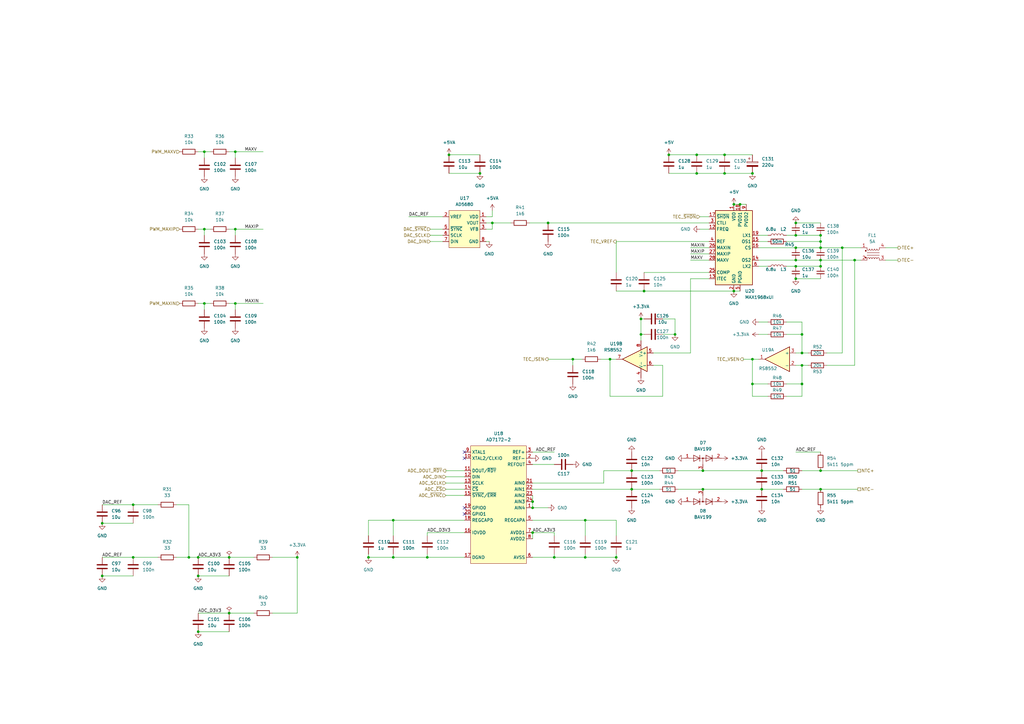
<source format=kicad_sch>
(kicad_sch (version 20211123) (generator eeschema)
  (paper "A3")
  (title_block (title "Kirdy") (date "2022-07-03") (rev "r0.1") (company "M-Labs") (comment 1 "Alex Wong Tat Hang"))
  (junction (at 300.99 119.38))
  (junction (at 350.52 106.68))
  (junction (at 297.18 63.5))
  (junction (at 274.32 63.5))
  (junction (at 326.39 106.68))
  (junction (at 201.93 91.44))
  (junction (at 252.73 228.6))
  (junction (at 96.52 62.23))
  (junction (at 326.39 109.22))
  (junction (at 308.61 147.32))
  (junction (at 161.29 213.36))
  (junction (at 234.95 147.32))
  (junction (at 83.82 62.23))
  (junction (at 336.55 96.52))
  (junction (at 41.91 214.63))
  (junction (at 81.28 259.08))
  (junction (at 121.92 228.6))
  (junction (at 303.53 83.82))
  (junction (at 218.44 218.44))
  (junction (at 328.93 149.86))
  (junction (at 336.55 193.04))
  (junction (at 218.44 208.28))
  (junction (at 161.29 228.6))
  (junction (at 326.39 101.6))
  (junction (at 308.61 71.12))
  (junction (at 93.98 251.46))
  (junction (at 336.55 99.06))
  (junction (at 224.79 91.44))
  (junction (at 326.39 96.52))
  (junction (at 262.89 137.16))
  (junction (at 285.75 71.12))
  (junction (at 300.99 83.82))
  (junction (at 308.61 157.48))
  (junction (at 326.39 114.3))
  (junction (at 250.19 147.32))
  (junction (at 83.82 93.98))
  (junction (at 81.28 228.6))
  (junction (at 83.82 124.46))
  (junction (at 175.26 228.6))
  (junction (at 259.08 193.04))
  (junction (at 81.28 236.22))
  (junction (at 93.98 228.6))
  (junction (at 54.61 228.6))
  (junction (at 336.55 109.22))
  (junction (at 218.44 205.74))
  (junction (at 184.15 63.5))
  (junction (at 240.03 228.6))
  (junction (at 345.44 101.6))
  (junction (at 259.08 200.66))
  (junction (at 336.55 101.6))
  (junction (at 328.93 137.16))
  (junction (at 96.52 93.98))
  (junction (at 227.33 228.6))
  (junction (at 96.52 124.46))
  (junction (at 41.91 236.22))
  (junction (at 312.42 193.04))
  (junction (at 328.93 157.48))
  (junction (at 288.29 193.04))
  (junction (at 196.85 71.12))
  (junction (at 336.55 200.66))
  (junction (at 262.89 130.81))
  (junction (at 240.03 213.36))
  (junction (at 288.29 200.66))
  (junction (at 328.93 144.78))
  (junction (at 151.13 228.6))
  (junction (at 264.16 119.38))
  (junction (at 77.47 228.6))
  (junction (at 276.86 137.16))
  (junction (at 336.55 106.68))
  (junction (at 285.75 63.5))
  (junction (at 297.18 71.12))
  (junction (at 312.42 200.66))
  (junction (at 54.61 207.01))
  (junction (at 326.39 91.44))
  (no_connect (at 190.5 185.42))
  (no_connect (at 190.5 187.96))
  (no_connect (at 190.5 208.28))
  (no_connect (at 190.5 210.82))
  (wire (pts (xy 274.32 63.5) (xy 285.75 63.5)))
  (wire (pts (xy 328.93 144.78) (xy 331.47 144.78)))
  (wire (pts (xy 218.44 205.74) (xy 218.44 208.28)))
  (wire (pts (xy 218.44 218.44) (xy 227.33 218.44)))
  (wire (pts (xy 224.79 147.32) (xy 234.95 147.32)))
  (wire (pts (xy 311.15 99.06) (xy 314.96 99.06)))
  (wire (pts (xy 308.61 147.32) (xy 311.15 147.32)))
  (wire (pts (xy 304.8 147.32) (xy 308.61 147.32)))
  (wire (pts (xy 41.91 236.22) (xy 54.61 236.22)))
  (wire (pts (xy 252.73 111.76) (xy 252.73 99.06)))
  (wire (pts (xy 182.88 203.2) (xy 190.5 203.2)))
  (wire (pts (xy 41.91 207.01) (xy 54.61 207.01)))
  (wire (pts (xy 311.15 101.6) (xy 326.39 101.6)))
  (wire (pts (xy 328.93 149.86) (xy 331.47 149.86)))
  (wire (pts (xy 182.88 195.58) (xy 190.5 195.58)))
  (wire (pts (xy 175.26 218.44) (xy 190.5 218.44)))
  (wire (pts (xy 252.73 119.38) (xy 264.16 119.38)))
  (wire (pts (xy 252.73 213.36) (xy 252.73 219.71)))
  (wire (pts (xy 259.08 200.66) (xy 270.51 200.66)))
  (wire (pts (xy 151.13 219.71) (xy 151.13 213.36)))
  (wire (pts (xy 336.55 109.22) (xy 326.39 109.22)))
  (wire (pts (xy 111.76 228.6) (xy 121.92 228.6)))
  (wire (pts (xy 93.98 251.46) (xy 104.14 251.46)))
  (wire (pts (xy 311.15 132.08) (xy 314.96 132.08)))
  (wire (pts (xy 326.39 96.52) (xy 322.58 96.52)))
  (wire (pts (xy 259.08 193.04) (xy 270.51 193.04)))
  (wire (pts (xy 199.39 93.98) (xy 201.93 93.98)))
  (wire (pts (xy 326.39 106.68) (xy 336.55 106.68)))
  (wire (pts (xy 297.18 63.5) (xy 308.61 63.5)))
  (wire (pts (xy 250.19 147.32) (xy 252.73 147.32)))
  (wire (pts (xy 285.75 71.12) (xy 297.18 71.12)))
  (wire (pts (xy 312.42 193.04) (xy 321.31 193.04)))
  (wire (pts (xy 264.16 119.38) (xy 300.99 119.38)))
  (wire (pts (xy 176.53 99.06) (xy 181.61 99.06)))
  (wire (pts (xy 322.58 157.48) (xy 328.93 157.48)))
  (wire (pts (xy 336.55 101.6) (xy 336.55 99.06)))
  (wire (pts (xy 300.99 83.82) (xy 303.53 83.82)))
  (wire (pts (xy 227.33 218.44) (xy 227.33 219.71)))
  (wire (pts (xy 83.82 93.98) (xy 86.36 93.98)))
  (wire (pts (xy 339.09 144.78) (xy 345.44 144.78)))
  (wire (pts (xy 271.78 162.56) (xy 271.78 149.86)))
  (wire (pts (xy 184.15 63.5) (xy 196.85 63.5)))
  (wire (pts (xy 218.44 213.36) (xy 240.03 213.36)))
  (wire (pts (xy 218.44 218.44) (xy 218.44 220.98)))
  (wire (pts (xy 151.13 213.36) (xy 161.29 213.36)))
  (wire (pts (xy 151.13 228.6) (xy 161.29 228.6)))
  (wire (pts (xy 350.52 106.68) (xy 350.52 149.86)))
  (wire (pts (xy 199.39 99.06) (xy 200.66 99.06)))
  (wire (pts (xy 96.52 124.46) (xy 96.52 127)))
  (wire (pts (xy 322.58 99.06) (xy 336.55 99.06)))
  (wire (pts (xy 287.02 88.9) (xy 290.83 88.9)))
  (wire (pts (xy 283.21 101.6) (xy 290.83 101.6)))
  (wire (pts (xy 363.22 101.6) (xy 368.3 101.6)))
  (wire (pts (xy 336.55 101.6) (xy 326.39 101.6)))
  (wire (pts (xy 176.53 96.52) (xy 181.61 96.52)))
  (wire (pts (xy 271.78 149.86) (xy 267.97 149.86)))
  (wire (pts (xy 182.88 193.04) (xy 190.5 193.04)))
  (wire (pts (xy 262.89 137.16) (xy 262.89 139.7)))
  (wire (pts (xy 336.55 99.06) (xy 336.55 96.52)))
  (wire (pts (xy 345.44 101.6) (xy 345.44 144.78)))
  (wire (pts (xy 326.39 144.78) (xy 328.93 144.78)))
  (wire (pts (xy 283.21 144.78) (xy 267.97 144.78)))
  (wire (pts (xy 247.65 198.12) (xy 247.65 193.04)))
  (wire (pts (xy 184.15 71.12) (xy 196.85 71.12)))
  (wire (pts (xy 234.95 149.86) (xy 234.95 147.32)))
  (wire (pts (xy 96.52 124.46) (xy 107.95 124.46)))
  (wire (pts (xy 240.03 213.36) (xy 252.73 213.36)))
  (wire (pts (xy 328.93 193.04) (xy 336.55 193.04)))
  (wire (pts (xy 182.88 198.12) (xy 190.5 198.12)))
  (wire (pts (xy 328.93 200.66) (xy 336.55 200.66)))
  (wire (pts (xy 199.39 88.9) (xy 201.93 88.9)))
  (wire (pts (xy 93.98 93.98) (xy 96.52 93.98)))
  (wire (pts (xy 264.16 130.81) (xy 262.89 130.81)))
  (wire (pts (xy 250.19 162.56) (xy 271.78 162.56)))
  (wire (pts (xy 322.58 132.08) (xy 328.93 132.08)))
  (wire (pts (xy 83.82 62.23) (xy 83.82 64.77)))
  (wire (pts (xy 161.29 227.33) (xy 161.29 228.6)))
  (wire (pts (xy 81.28 259.08) (xy 93.98 259.08)))
  (wire (pts (xy 288.29 200.66) (xy 312.42 200.66)))
  (wire (pts (xy 264.16 111.76) (xy 290.83 111.76)))
  (wire (pts (xy 167.64 88.9) (xy 181.61 88.9)))
  (wire (pts (xy 246.38 147.32) (xy 250.19 147.32)))
  (wire (pts (xy 54.61 228.6) (xy 64.77 228.6)))
  (wire (pts (xy 240.03 227.33) (xy 240.03 228.6)))
  (wire (pts (xy 201.93 88.9) (xy 201.93 86.36)))
  (wire (pts (xy 311.15 106.68) (xy 326.39 106.68)))
  (wire (pts (xy 234.95 147.32) (xy 238.76 147.32)))
  (wire (pts (xy 41.91 228.6) (xy 54.61 228.6)))
  (wire (pts (xy 83.82 124.46) (xy 83.82 127)))
  (wire (pts (xy 328.93 137.16) (xy 328.93 144.78)))
  (wire (pts (xy 175.26 228.6) (xy 190.5 228.6)))
  (wire (pts (xy 93.98 228.6) (xy 104.14 228.6)))
  (wire (pts (xy 218.44 190.5) (xy 227.33 190.5)))
  (wire (pts (xy 218.44 200.66) (xy 259.08 200.66)))
  (wire (pts (xy 278.13 200.66) (xy 288.29 200.66)))
  (wire (pts (xy 96.52 93.98) (xy 96.52 96.52)))
  (wire (pts (xy 311.15 137.16) (xy 314.96 137.16)))
  (wire (pts (xy 326.39 149.86) (xy 328.93 149.86)))
  (wire (pts (xy 308.61 157.48) (xy 308.61 162.56)))
  (wire (pts (xy 54.61 207.01) (xy 64.77 207.01)))
  (wire (pts (xy 72.39 207.01) (xy 77.47 207.01)))
  (wire (pts (xy 336.55 101.6) (xy 345.44 101.6)))
  (wire (pts (xy 326.39 114.3) (xy 336.55 114.3)))
  (wire (pts (xy 77.47 207.01) (xy 77.47 228.6)))
  (wire (pts (xy 218.44 208.28) (xy 224.79 208.28)))
  (wire (pts (xy 247.65 198.12) (xy 218.44 198.12)))
  (wire (pts (xy 252.73 227.33) (xy 252.73 228.6)))
  (wire (pts (xy 199.39 91.44) (xy 201.93 91.44)))
  (wire (pts (xy 328.93 162.56) (xy 328.93 157.48)))
  (wire (pts (xy 111.76 251.46) (xy 121.92 251.46)))
  (wire (pts (xy 83.82 93.98) (xy 83.82 96.52)))
  (wire (pts (xy 93.98 62.23) (xy 96.52 62.23)))
  (wire (pts (xy 224.79 91.44) (xy 290.83 91.44)))
  (wire (pts (xy 287.02 93.98) (xy 290.83 93.98)))
  (wire (pts (xy 322.58 137.16) (xy 328.93 137.16)))
  (wire (pts (xy 81.28 236.22) (xy 93.98 236.22)))
  (wire (pts (xy 276.86 130.81) (xy 276.86 137.16)))
  (wire (pts (xy 201.93 93.98) (xy 201.93 91.44)))
  (wire (pts (xy 218.44 185.42) (xy 227.33 185.42)))
  (wire (pts (xy 322.58 162.56) (xy 328.93 162.56)))
  (wire (pts (xy 328.93 132.08) (xy 328.93 137.16)))
  (wire (pts (xy 41.91 214.63) (xy 54.61 214.63)))
  (wire (pts (xy 176.53 93.98) (xy 181.61 93.98)))
  (wire (pts (xy 81.28 93.98) (xy 83.82 93.98)))
  (wire (pts (xy 81.28 228.6) (xy 93.98 228.6)))
  (wire (pts (xy 96.52 62.23) (xy 107.95 62.23)))
  (wire (pts (xy 175.26 227.33) (xy 175.26 228.6)))
  (wire (pts (xy 218.44 203.2) (xy 218.44 205.74)))
  (wire (pts (xy 77.47 228.6) (xy 81.28 228.6)))
  (wire (pts (xy 326.39 185.42) (xy 336.55 185.42)))
  (wire (pts (xy 121.92 251.46) (xy 121.92 228.6)))
  (wire (pts (xy 271.78 137.16) (xy 276.86 137.16)))
  (wire (pts (xy 311.15 96.52) (xy 314.96 96.52)))
  (wire (pts (xy 283.21 114.3) (xy 290.83 114.3)))
  (wire (pts (xy 96.52 93.98) (xy 107.95 93.98)))
  (wire (pts (xy 336.55 106.68) (xy 350.52 106.68)))
  (wire (pts (xy 81.28 62.23) (xy 83.82 62.23)))
  (wire (pts (xy 240.03 213.36) (xy 240.03 219.71)))
  (wire (pts (xy 264.16 137.16) (xy 262.89 137.16)))
  (wire (pts (xy 336.55 106.68) (xy 336.55 109.22)))
  (wire (pts (xy 217.17 91.44) (xy 224.79 91.44)))
  (wire (pts (xy 312.42 200.66) (xy 321.31 200.66)))
  (wire (pts (xy 274.32 71.12) (xy 285.75 71.12)))
  (wire (pts (xy 262.89 130.81) (xy 262.89 137.16)))
  (wire (pts (xy 250.19 147.32) (xy 250.19 162.56)))
  (wire (pts (xy 336.55 200.66) (xy 351.79 200.66)))
  (wire (pts (xy 285.75 63.5) (xy 297.18 63.5)))
  (wire (pts (xy 182.88 200.66) (xy 190.5 200.66)))
  (wire (pts (xy 288.29 193.04) (xy 312.42 193.04)))
  (wire (pts (xy 81.28 124.46) (xy 83.82 124.46)))
  (wire (pts (xy 303.53 83.82) (xy 306.07 83.82)))
  (wire (pts (xy 83.82 124.46) (xy 86.36 124.46)))
  (wire (pts (xy 350.52 106.68) (xy 353.06 106.68)))
  (wire (pts (xy 278.13 193.04) (xy 288.29 193.04)))
  (wire (pts (xy 283.21 114.3) (xy 283.21 144.78)))
  (wire (pts (xy 81.28 251.46) (xy 93.98 251.46)))
  (wire (pts (xy 326.39 96.52) (xy 336.55 96.52)))
  (wire (pts (xy 96.52 62.23) (xy 96.52 64.77)))
  (wire (pts (xy 345.44 101.6) (xy 353.06 101.6)))
  (wire (pts (xy 252.73 99.06) (xy 290.83 99.06)))
  (wire (pts (xy 363.22 106.68) (xy 368.3 106.68)))
  (wire (pts (xy 328.93 157.48) (xy 328.93 149.86)))
  (wire (pts (xy 314.96 157.48) (xy 308.61 157.48)))
  (wire (pts (xy 93.98 124.46) (xy 96.52 124.46)))
  (wire (pts (xy 227.33 227.33) (xy 227.33 228.6)))
  (wire (pts (xy 218.44 228.6) (xy 227.33 228.6)))
  (wire (pts (xy 300.99 119.38) (xy 303.53 119.38)))
  (wire (pts (xy 72.39 228.6) (xy 77.47 228.6)))
  (wire (pts (xy 161.29 228.6) (xy 175.26 228.6)))
  (wire (pts (xy 308.61 157.48) (xy 308.61 147.32)))
  (wire (pts (xy 271.78 130.81) (xy 276.86 130.81)))
  (wire (pts (xy 201.93 91.44) (xy 209.55 91.44)))
  (wire (pts (xy 308.61 162.56) (xy 314.96 162.56)))
  (wire (pts (xy 247.65 193.04) (xy 259.08 193.04)))
  (wire (pts (xy 83.82 62.23) (xy 86.36 62.23)))
  (wire (pts (xy 336.55 193.04) (xy 351.79 193.04)))
  (wire (pts (xy 161.29 213.36) (xy 161.29 219.71)))
  (wire (pts (xy 326.39 91.44) (xy 336.55 91.44)))
  (wire (pts (xy 311.15 109.22) (xy 314.96 109.22)))
  (wire (pts (xy 227.33 228.6) (xy 240.03 228.6)))
  (wire (pts (xy 322.58 109.22) (xy 326.39 109.22)))
  (wire (pts (xy 339.09 149.86) (xy 350.52 149.86)))
  (wire (pts (xy 297.18 71.12) (xy 308.61 71.12)))
  (wire (pts (xy 161.29 213.36) (xy 190.5 213.36)))
  (wire (pts (xy 283.21 104.14) (xy 290.83 104.14)))
  (wire (pts (xy 283.21 106.68) (xy 290.83 106.68)))
  (wire (pts (xy 240.03 228.6) (xy 252.73 228.6)))
  (wire (pts (xy 151.13 227.33) (xy 151.13 228.6)))
  (wire (pts (xy 175.26 218.44) (xy 175.26 219.71)))
  (label "DAC_REF" (at 167.64 88.9 0))
  (label "ADC_D3V3" (at 175.26 218.44 0))
  (label "MAXV" (at 100.33 62.23 0))
  (label "MAXIN" (at 100.33 124.46 0))
  (label "ADC_REF" (at 41.91 228.6 0))
  (label "MAXIN" (at 283.21 101.6 0))
  (label "ADC_A3V3" (at 81.28 228.6 0))
  (label "MAXV" (at 283.21 106.68 0))
  (label "DAC_REF" (at 41.91 207.01 0))
  (label "MAXIP" (at 100.33 93.98 0))
  (label "ADC_REF" (at 326.39 185.42 0))
  (label "ADC_D3V3" (at 81.28 251.46 0))
  (label "ADC_REF" (at 219.71 185.42 0))
  (label "ADC_A3V3" (at 218.44 218.44 0))
  (label "MAXIP" (at 283.21 104.14 0))
  (hierarchical_label "ADC_DOUT_~{RDY}" (shape output) (at 182.88 193.04 180))
  (hierarchical_label "TEC+" (shape output) (at 368.3 101.6 0))
  (hierarchical_label "PWM_MAXIP" (shape input) (at 73.66 93.98 180))
  (hierarchical_label "DAC_DIN" (shape input) (at 176.53 99.06 180))
  (hierarchical_label "PWM_MAXIN" (shape input) (at 73.66 124.46 180))
  (hierarchical_label "TEC_VREF" (shape output) (at 252.73 99.06 180))
  (hierarchical_label "TEC_~{SHDN}" (shape input) (at 287.02 88.9 180))
  (hierarchical_label "DAC_SCLK" (shape input) (at 176.53 96.52 180))
  (hierarchical_label "TEC_ISEN" (shape output) (at 224.79 147.32 180))
  (hierarchical_label "ADC_~{CS}" (shape input) (at 182.88 200.66 180))
  (hierarchical_label "NTC-" (shape passive) (at 351.79 200.66 0))
  (hierarchical_label "ADC_DIN" (shape input) (at 182.88 195.58 180))
  (hierarchical_label "NTC+" (shape passive) (at 351.79 193.04 0))
  (hierarchical_label "TEC-" (shape output) (at 368.3 106.68 0))
  (hierarchical_label "PWM_MAXV" (shape input) (at 73.66 62.23 180))
  (hierarchical_label "ADC_SCLK" (shape input) (at 182.88 198.12 180))
  (hierarchical_label "TEC_VSEN" (shape output) (at 304.8 147.32 180))
  (hierarchical_label "ADC_~{SYNC}" (shape input) (at 182.88 203.2 180))
  (hierarchical_label "DAC_~{SYNC}" (shape input) (at 176.53 93.98 180))
  (symbol (lib_id "power:GND") (at 81.28 236.22 0) (unit 1)
    (property "Reference" "#PWR084" (effects hide))
    (property "Value" "GND" (at 81.28 241.3 0))
  )
  (symbol (lib_id "Device:C") (at 240.03 223.52 0) (unit 1)
    (property "Reference" "C119" (at 243.84 222.2499 0) (effects (justify left)))
    (property "Value" "100n" (at 243.84 224.7899 0) (effects (justify left)))
    (property "Footprint" "Capacitor_SMD:C_0603_1608Metric" (effects hide))
    (property "MFR_PN" "CL10B104KB8NNWC" (effects hide))
    (property "MFR_PN_ALT" "CL10B104KB8NNNL" (effects hide))
  )
  (symbol (lib_id "Device:C") (at 175.26 223.52 0) (unit 1)
    (property "Reference" "C112" (at 179.07 222.2499 0) (effects (justify left)))
    (property "Value" "100n" (at 179.07 224.7899 0) (effects (justify left)))
    (property "Footprint" "Capacitor_SMD:C_0603_1608Metric" (effects hide))
    (property "MFR_PN" "CL10B104KB8NNWC" (effects hide))
    (property "MFR_PN_ALT" "CL10B104KB8NNNL" (effects hide))
  )
  (symbol (lib_id "kirdy:AD5680") (at 190.5 101.6 0) (unit 1)
    (property "Reference" "U17" (at 190.5 81.28 0))
    (property "Value" "AD5680" (at 190.5 83.82 0))
    (property "Footprint" "Package_TO_SOT_SMD:SOT-23-8" (effects hide))
    (property "Datasheet" "https://www.analog.com/media/en/technical-documentation/data-sheets/ad5680.pdf" (effects hide))
    (property "MFR_PN" "AD5680BRJZ" (effects hide))
  )
  (symbol (lib_id "power:GND") (at 41.91 236.22 0) (unit 1)
    (property "Reference" "#PWR083" (effects hide))
    (property "Value" "GND" (at 41.91 241.3 0))
  )
  (symbol (lib_id "power:GND") (at 200.66 99.06 0) (unit 1)
    (property "Reference" "#PWR096" (effects hide))
    (property "Value" "GND" (at 200.66 104.14 0))
  )
  (symbol (lib_id "Device:C") (at 81.28 255.27 0) (unit 1)
    (property "Reference" "C101" (at 85.09 253.9999 0) (effects (justify left)))
    (property "Value" "10u" (at 85.09 256.5399 0) (effects (justify left)))
    (property "Footprint" "Capacitor_SMD:C_0805_2012Metric" (effects hide))
    (property "MFR_PN" "CL21B106KOQNNNG" (effects hide))
    (property "MFR_PN_ALT" "CL21B106KOQNNNE" (effects hide))
  )
  (symbol (lib_id "Device:R") (at 318.77 99.06 90) (unit 1)
    (property "Reference" "R45" (at 323.85 100.33 90))
    (property "Value" "50m" (at 318.77 99.06 90))
    (property "Footprint" "Resistor_SMD:R_2010_5025Metric" (effects hide))
    (property "MFR_PN" "WSL2010R5000FEA18" (effects hide))
    (property "MFR_PN_ALT" "WSLT2010R5000FEA18" (effects hide))
  )
  (symbol (lib_id "Device:C") (at 252.73 223.52 0) (unit 1)
    (property "Reference" "C121" (at 256.54 222.2499 0) (effects (justify left)))
    (property "Value" "1u" (at 256.54 224.7899 0) (effects (justify left)))
    (property "Footprint" "Capacitor_SMD:C_0603_1608Metric" (effects hide))
    (property "MFR_PN" "CL10B105KA8NNNC" (effects hide))
    (property "MFR_PN_ALT" "CGA3E1X7R1E105K080AC" (effects hide))
  )
  (symbol (lib_id "power:+3.3VA") (at 121.92 228.6 0) (unit 1)
    (property "Reference" "#PWR092" (effects hide))
    (property "Value" "+3.3VA" (at 121.92 223.52 0))
  )
  (symbol (lib_id "power:+5V") (at 274.32 63.5 0) (unit 1)
    (property "Reference" "#PWR0108" (effects hide))
    (property "Value" "+5V" (at 274.32 58.42 0))
  )
  (symbol (lib_id "Device:R") (at 107.95 251.46 90) (unit 1)
    (property "Reference" "R40" (at 107.95 245.11 90))
    (property "Value" "33" (at 107.95 247.65 90))
    (property "Footprint" "Resistor_SMD:R_0603_1608Metric" (effects hide))
    (property "MFR_PN" "RC0603FR-0733RL" (effects hide))
    (property "MFR_PN_ALT" "CRGCQ0603F33R" (effects hide))
  )
  (symbol (lib_id "Device:R") (at 318.77 132.08 90) (unit 1)
    (property "Reference" "R46" (at 318.77 129.54 90))
    (property "Value" "10k" (at 318.77 132.08 90))
    (property "Footprint" "Resistor_SMD:R_0603_1608Metric" (effects hide))
    (property "MFR_PN" "RNCP0603FTD10K0" (effects hide))
    (property "MFR_PN_ALT" "RMCF0603FT10K0" (effects hide))
  )
  (symbol (lib_id "power:GND") (at 83.82 104.14 0) (unit 1)
    (property "Reference" "#PWR087" (effects hide))
    (property "Value" "GND" (at 83.82 109.22 0))
  )
  (symbol (lib_id "Device:R") (at 90.17 62.23 90) (unit 1)
    (property "Reference" "R36" (at 90.17 55.88 90))
    (property "Value" "10k" (at 90.17 58.42 90))
    (property "Footprint" "Resistor_SMD:R_0603_1608Metric" (effects hide))
    (property "MFR_PN" "RNCP0603FTD10K0" (effects hide))
    (property "MFR_PN_ALT" "RMCF0603FT10K0" (effects hide))
  )
  (symbol (lib_id "Device:R") (at 274.32 193.04 90) (unit 1)
    (property "Reference" "R43" (at 274.32 195.58 90))
    (property "Value" "51" (at 274.32 193.04 90))
    (property "Footprint" "Resistor_SMD:R_0603_1608Metric" (effects hide))
    (property "MFR_PN" "ESR03EZPF51R0" (effects hide))
    (property "MFR_PN_ALT" "RMCF0603FT51R0" (effects hide))
  )
  (symbol (lib_id "kirdy:RS8552") (at 260.35 147.32 0) (mirror y) (unit 3)
    (property "Reference" "U19" (effects hide))
    (property "Value" "RS8552" (effects hide))
    (property "Footprint" "Package_SO:SOIC-8_3.9x4.9mm_P1.27mm" (effects hide))
    (property "Datasheet" "https://datasheet.lcsc.com/lcsc/2010160333_Jiangsu-RUNIC-Tech-RS8554XP_C236997.pdf" (effects hide))
    (property "MFR_PN" "RS8552XK" (effects hide))
  )
  (symbol (lib_id "power:GND") (at 308.61 71.12 0) (unit 1)
    (property "Reference" "#PWR0117" (effects hide))
    (property "Value" "GND" (at 308.61 76.2 0))
  )
  (symbol (lib_id "Device:R") (at 325.12 193.04 90) (unit 1)
    (property "Reference" "R50" (at 325.12 195.58 90))
    (property "Value" "51" (at 325.12 193.04 90))
    (property "Footprint" "Resistor_SMD:R_0603_1608Metric" (effects hide))
    (property "MFR_PN" "ESR03EZPF51R0" (effects hide))
    (property "MFR_PN_ALT" "RMCF0603FT51R0" (effects hide))
  )
  (symbol (lib_id "power:GND") (at 311.15 132.08 270) (unit 1)
    (property "Reference" "#PWR0118" (effects hide))
    (property "Value" "GND" (at 307.34 132.0799 90) (effects (justify right)))
  )
  (symbol (lib_id "Device:R") (at 274.32 200.66 90) (unit 1)
    (property "Reference" "R44" (at 274.32 198.12 90))
    (property "Value" "51" (at 274.32 200.66 90))
    (property "Footprint" "Resistor_SMD:R_0603_1608Metric" (effects hide))
    (property "MFR_PN" "ESR03EZPF51R0" (effects hide))
    (property "MFR_PN_ALT" "RMCF0603FT51R0" (effects hide))
  )
  (symbol (lib_id "kirdy:AD7172-2") (at 204.47 209.55 0) (mirror y) (unit 1)
    (property "Reference" "U18" (at 204.47 177.8 0))
    (property "Value" "AD7172-2" (at 204.47 180.34 0))
    (property "Footprint" "Package_SO:TSSOP-24_4.4x7.8mm_P0.65mm" (effects hide))
    (property "Datasheet" "https://www.analog.com/media/en/technical-documentation/data-sheets/ad7172-2.pdf" (effects hide))
    (property "MFR_PN" "AD7172-2BRUZ" (effects hide))
  )
  (symbol (lib_id "Device:C") (at 93.98 232.41 0) (unit 1)
    (property "Reference" "C105" (at 97.79 231.1399 0) (effects (justify left)))
    (property "Value" "100n" (at 97.79 233.6799 0) (effects (justify left)))
    (property "Footprint" "Capacitor_SMD:C_0603_1608Metric" (effects hide))
    (property "MFR_PN" "CL10B104KB8NNWC" (effects hide))
    (property "MFR_PN_ALT" "CL10B104KB8NNNL" (effects hide))
  )
  (symbol (lib_id "power:GND") (at 83.82 134.62 0) (unit 1)
    (property "Reference" "#PWR088" (effects hide))
    (property "Value" "GND" (at 83.82 139.7 0))
  )
  (symbol (lib_id "Device:L") (at 318.77 109.22 90) (unit 1)
    (property "Reference" "L3" (at 321.31 110.49 90))
    (property "Value" "6.8u" (at 316.23 110.49 90))
    (property "Footprint" "Inductor_SMD:L_Wuerth_MAPI-4030" (effects hide))
    (property "MFR_PN" "74438357068" (effects hide))
  )
  (symbol (lib_id "power:GND") (at 234.95 190.5 90) (unit 1)
    (property "Reference" "#PWR0102" (effects hide))
    (property "Value" "GND" (at 238.76 190.4999 90) (effects (justify right)))
  )
  (symbol (lib_id "Device:R") (at 77.47 93.98 90) (unit 1)
    (property "Reference" "R34" (at 77.47 87.63 90))
    (property "Value" "10k" (at 77.47 90.17 90))
    (property "Footprint" "Resistor_SMD:R_0603_1608Metric" (effects hide))
    (property "MFR_PN" "RNCP0603FTD10K0" (effects hide))
    (property "MFR_PN_ALT" "RMCF0603FT10K0" (effects hide))
  )
  (symbol (lib_id "Device:R") (at 325.12 200.66 90) (unit 1)
    (property "Reference" "R51" (at 325.12 198.12 90))
    (property "Value" "51" (at 325.12 200.66 90))
    (property "Footprint" "Resistor_SMD:R_0603_1608Metric" (effects hide))
    (property "MFR_PN" "ESR03EZPF51R0" (effects hide))
    (property "MFR_PN_ALT" "RMCF0603FT51R0" (effects hide))
  )
  (symbol (lib_id "Device:C") (at 41.91 232.41 0) (unit 1)
    (property "Reference" "C97" (at 45.72 231.1399 0) (effects (justify left)))
    (property "Value" "10u" (at 45.72 233.6799 0) (effects (justify left)))
    (property "Footprint" "Capacitor_SMD:C_0805_2012Metric" (effects hide))
    (property "MFR_PN" "CL21B106KOQNNNG" (effects hide))
    (property "MFR_PN_ALT" "CL21B106KOQNNNE" (effects hide))
  )
  (symbol (lib_id "Device:C") (at 259.08 196.85 0) (unit 1)
    (property "Reference" "C123" (at 262.89 195.5799 0) (effects (justify left)))
    (property "Value" "100n" (at 262.89 198.1199 0) (effects (justify left)))
    (property "Footprint" "Capacitor_SMD:C_0603_1608Metric" (effects hide))
    (property "MFR_PN" "CL10B104KB8NNWC" (effects hide))
    (property "MFR_PN_ALT" "CL10B104KB8NNNL" (effects hide))
  )
  (symbol (lib_id "power:GND") (at 96.52 72.39 0) (unit 1)
    (property "Reference" "#PWR089" (effects hide))
    (property "Value" "GND" (at 96.52 77.47 0))
  )
  (symbol (lib_id "Device:C") (at 297.18 67.31 0) (unit 1)
    (property "Reference" "C130" (at 300.99 66.0399 0) (effects (justify left)))
    (property "Value" "1u" (at 300.99 68.5799 0) (effects (justify left)))
    (property "Footprint" "Capacitor_SMD:C_0603_1608Metric" (effects hide))
    (property "MFR_PN" "CL10B105KA8NNNC" (effects hide))
    (property "MFR_PN_ALT" "CGA3E1X7R1E105K080AC" (effects hide))
  )
  (symbol (lib_id "Device:C") (at 285.75 67.31 0) (unit 1)
    (property "Reference" "C129" (at 289.56 66.0399 0) (effects (justify left)))
    (property "Value" "1u" (at 289.56 68.5799 0) (effects (justify left)))
    (property "Footprint" "Capacitor_SMD:C_0603_1608Metric" (effects hide))
    (property "MFR_PN" "CL10B105KA8NNNC" (effects hide))
    (property "MFR_PN_ALT" "CGA3E1X7R1E105K080AC" (effects hide))
  )
  (symbol (lib_id "Device:C") (at 41.91 210.82 0) (unit 1)
    (property "Reference" "C96" (at 45.72 209.5499 0) (effects (justify left)))
    (property "Value" "10u" (at 45.72 212.0899 0) (effects (justify left)))
    (property "Footprint" "Capacitor_SMD:C_0805_2012Metric" (effects hide))
    (property "MFR_PN" "CL21B106KOQNNNG" (effects hide))
    (property "MFR_PN_ALT" "CL21B106KOQNNNE" (effects hide))
  )
  (symbol (lib_id "Device:C") (at 267.97 137.16 90) (unit 1)
    (property "Reference" "C127" (at 271.78 135.89 90))
    (property "Value" "100n" (at 271.78 138.43 90))
    (property "Footprint" "Capacitor_SMD:C_0603_1608Metric" (effects hide))
    (property "MFR_PN" "CL10B104KB8NNWC" (effects hide))
    (property "MFR_PN_ALT" "CL10B104KB8NNNL" (effects hide))
  )
  (symbol (lib_id "Device:C_Small") (at 326.39 104.14 0) (unit 1)
    (property "Reference" "C136" (at 328.93 102.8762 0) (effects (justify left)))
    (property "Value" "10u" (at 328.93 105.4162 0) (effects (justify left)))
    (property "Footprint" "Capacitor_SMD:C_0805_2012Metric" (effects hide))
    (property "MFR_PN" "CL21B106KOQNNNG" (effects hide))
    (property "MFR_PN_ALT" "CL21B106KOQNNNE" (effects hide))
  )
  (symbol (lib_id "power:GND") (at 224.79 208.28 90) (unit 1)
    (property "Reference" "#PWR0100" (effects hide))
    (property "Value" "GND" (at 228.6 208.2799 90) (effects (justify right)))
  )
  (symbol (lib_id "Device:C") (at 96.52 130.81 0) (unit 1)
    (property "Reference" "C109" (at 100.33 129.5399 0) (effects (justify left)))
    (property "Value" "100n" (at 100.33 132.0799 0) (effects (justify left)))
    (property "Footprint" "Capacitor_SMD:C_0603_1608Metric" (effects hide))
    (property "MFR_PN" "CL10B104KB8NNWC" (effects hide))
    (property "MFR_PN_ALT" "CL10B104KB8NNNL" (effects hide))
  )
  (symbol (lib_id "Device:R") (at 242.57 147.32 90) (unit 1)
    (property "Reference" "R42" (at 242.57 140.97 90))
    (property "Value" "1k6" (at 242.57 143.51 90))
    (property "Footprint" "Resistor_SMD:R_0603_1608Metric" (effects hide))
    (property "MFR_PN" "RT0603FRE071K6L" (effects hide))
    (property "MFR_PN_ALT" "RMCF0603FT1K60" (effects hide))
  )
  (symbol (lib_id "Device:R") (at 90.17 93.98 90) (unit 1)
    (property "Reference" "R37" (at 90.17 87.63 90))
    (property "Value" "10k" (at 90.17 90.17 90))
    (property "Footprint" "Resistor_SMD:R_0603_1608Metric" (effects hide))
    (property "MFR_PN" "RNCP0603FTD10K0" (effects hide))
    (property "MFR_PN_ALT" "RMCF0603FT10K0" (effects hide))
  )
  (symbol (lib_id "Device:R") (at 336.55 189.23 0) (unit 1)
    (property "Reference" "R54" (at 339.09 187.9599 0) (effects (justify left)))
    (property "Value" "5k11 5ppm" (at 339.09 190.4999 0) (effects (justify left)))
    (property "Footprint" "Resistor_SMD:R_0603_1608Metric" (effects hide))
    (property "MFR_PN" "RN73H1JTTD5111A05" (effects hide))
    (property "MFR_PN_ALT" "TNPU06035K11BZEN00" (effects hide))
  )
  (symbol (lib_id "power:GND") (at 224.79 99.06 0) (unit 1)
    (property "Reference" "#PWR099" (effects hide))
    (property "Value" "GND" (at 224.79 104.14 0))
  )
  (symbol (lib_id "Device:C") (at 312.42 204.47 0) (unit 1)
    (property "Reference" "C134" (at 316.23 203.1999 0) (effects (justify left)))
    (property "Value" "10n" (at 316.23 205.7399 0) (effects (justify left)))
    (property "Footprint" "Capacitor_SMD:C_0603_1608Metric" (effects hide))
    (property "MFR_PN" "0603B103K500CT" (effects hide))
    (property "MFR_PN_ALT" "CL10B103KB8NNNC" (effects hide))
  )
  (symbol (lib_id "Device:C") (at 252.73 115.57 0) (unit 1)
    (property "Reference" "C120" (at 256.54 114.2999 0) (effects (justify left)))
    (property "Value" "1u" (at 256.54 116.8399 0) (effects (justify left)))
    (property "Footprint" "Capacitor_SMD:C_0603_1608Metric" (effects hide))
    (property "MFR_PN" "CL10B105KA8NNNC" (effects hide))
    (property "MFR_PN_ALT" "CGA3E1X7R1E105K080AC" (effects hide))
  )
  (symbol (lib_id "Device:C") (at 274.32 67.31 0) (unit 1)
    (property "Reference" "C128" (at 278.13 66.0399 0) (effects (justify left)))
    (property "Value" "1u" (at 278.13 68.5799 0) (effects (justify left)))
    (property "Footprint" "Capacitor_SMD:C_0603_1608Metric" (effects hide))
    (property "MFR_PN" "CL10B105KA8NNNC" (effects hide))
    (property "MFR_PN_ALT" "CGA3E1X7R1E105K080AC" (effects hide))
  )
  (symbol (lib_id "Device:C_Small") (at 326.39 111.76 0) (unit 1)
    (property "Reference" "C137" (at 328.93 110.4962 0) (effects (justify left)))
    (property "Value" "1u" (at 328.93 113.0362 0) (effects (justify left)))
    (property "Footprint" "Capacitor_SMD:C_0603_1608Metric" (effects hide))
    (property "MFR_PN" "CL10B105KA8NNNC" (effects hide))
    (property "MFR_PN_ALT" "CGA3E1X7R1E105K080AC" (effects hide))
  )
  (symbol (lib_id "Device:C") (at 184.15 67.31 0) (unit 1)
    (property "Reference" "C113" (at 187.96 66.0399 0) (effects (justify left)))
    (property "Value" "10u" (at 187.96 68.5799 0) (effects (justify left)))
    (property "Footprint" "Capacitor_SMD:C_0805_2012Metric" (effects hide))
    (property "MFR_PN" "CL21B106KOQNNNG" (effects hide))
    (property "MFR_PN_ALT" "CL21B106KOQNNNE" (effects hide))
  )
  (symbol (lib_id "power:GND") (at 252.73 228.6 0) (unit 1)
    (property "Reference" "#PWR0103" (effects hide))
    (property "Value" "GND" (at 252.73 233.68 0))
  )
  (symbol (lib_id "power:GND") (at 83.82 72.39 0) (unit 1)
    (property "Reference" "#PWR086" (effects hide))
    (property "Value" "GND" (at 83.82 77.47 0))
  )
  (symbol (lib_id "power:GND") (at 196.85 71.12 0) (unit 1)
    (property "Reference" "#PWR095" (effects hide))
    (property "Value" "GND" (at 196.85 76.2 0))
  )
  (symbol (lib_id "Device:R") (at 77.47 62.23 90) (unit 1)
    (property "Reference" "R33" (at 77.47 55.88 90))
    (property "Value" "10k" (at 77.47 58.42 90))
    (property "Footprint" "Resistor_SMD:R_0603_1608Metric" (effects hide))
    (property "MFR_PN" "RNCP0603FTD10K0" (effects hide))
    (property "MFR_PN_ALT" "RMCF0603FT10K0" (effects hide))
  )
  (symbol (lib_id "Device:C") (at 151.13 223.52 0) (unit 1)
    (property "Reference" "C110" (at 154.94 222.2499 0) (effects (justify left)))
    (property "Value" "1u" (at 154.94 224.7899 0) (effects (justify left)))
    (property "Footprint" "Capacitor_SMD:C_0603_1608Metric" (effects hide))
    (property "MFR_PN" "CL10B105KA8NNNC" (effects hide))
    (property "MFR_PN_ALT" "CGA3E1X7R1E105K080AC" (effects hide))
  )
  (symbol (lib_id "Device:R") (at 213.36 91.44 90) (unit 1)
    (property "Reference" "R41" (at 213.36 85.09 90))
    (property "Value" "1k6" (at 213.36 87.63 90))
    (property "Footprint" "Resistor_SMD:R_0603_1608Metric" (effects hide))
    (property "MFR_PN" "RT0603FRE071K6L" (effects hide))
    (property "MFR_PN_ALT" "RMCF0603FT1K60" (effects hide))
  )
  (symbol (lib_id "power:GND") (at 280.67 187.96 270) (unit 1)
    (property "Reference" "#PWR0110" (effects hide))
    (property "Value" "GND" (at 276.86 187.9599 90) (effects (justify right)))
  )
  (symbol (lib_id "Device:R") (at 68.58 207.01 90) (unit 1)
    (property "Reference" "R31" (at 68.58 200.66 90))
    (property "Value" "33" (at 68.58 203.2 90))
    (property "Footprint" "Resistor_SMD:R_0603_1608Metric" (effects hide))
    (property "MFR_PN" "RC0603FR-0733RL" (effects hide))
    (property "MFR_PN_ALT" "CRGCQ0603F33R" (effects hide))
  )
  (symbol (lib_id "Device:C") (at 96.52 68.58 0) (unit 1)
    (property "Reference" "C107" (at 100.33 67.3099 0) (effects (justify left)))
    (property "Value" "100n" (at 100.33 69.8499 0) (effects (justify left)))
    (property "Footprint" "Capacitor_SMD:C_0603_1608Metric" (effects hide))
    (property "MFR_PN" "CL10B104KB8NNWC" (effects hide))
    (property "MFR_PN_ALT" "CL10B104KB8NNNL" (effects hide))
  )
  (symbol (lib_id "Device:R") (at 336.55 204.47 0) (unit 1)
    (property "Reference" "R55" (at 339.09 203.1999 0) (effects (justify left)))
    (property "Value" "5k11 5ppm" (at 339.09 205.7399 0) (effects (justify left)))
    (property "Footprint" "Resistor_SMD:R_0603_1608Metric" (effects hide))
    (property "MFR_PN" "RN73H1JTTD5111A05" (effects hide))
    (property "MFR_PN_ALT" "TNPU06035K11BZEN00" (effects hide))
  )
  (symbol (lib_id "Device:C") (at 81.28 232.41 0) (unit 1)
    (property "Reference" "C100" (at 85.09 231.1399 0) (effects (justify left)))
    (property "Value" "10u" (at 85.09 233.6799 0) (effects (justify left)))
    (property "Footprint" "Capacitor_SMD:C_0805_2012Metric" (effects hide))
    (property "MFR_PN" "CL21B106KOQNNNG" (effects hide))
    (property "MFR_PN_ALT" "CL21B106KOQNNNE" (effects hide))
  )
  (symbol (lib_id "Device:C") (at 196.85 67.31 0) (unit 1)
    (property "Reference" "C114" (at 200.66 66.0399 0) (effects (justify left)))
    (property "Value" "100n" (at 200.66 68.5799 0) (effects (justify left)))
    (property "Footprint" "Capacitor_SMD:C_0603_1608Metric" (effects hide))
    (property "MFR_PN" "CL10B104KB8NNWC" (effects hide))
    (property "MFR_PN_ALT" "CL10B104KB8NNNL" (effects hide))
  )
  (symbol (lib_id "power:+3.3VA") (at 262.89 130.81 0) (unit 1)
    (property "Reference" "#PWR0106" (effects hide))
    (property "Value" "+3.3VA" (at 262.89 125.73 0))
  )
  (symbol (lib_id "power:GND") (at 234.95 157.48 0) (unit 1)
    (property "Reference" "#PWR0101" (effects hide))
    (property "Value" "GND" (at 234.95 162.56 0))
  )
  (symbol (lib_id "Device:C_Small") (at 326.39 93.98 0) (unit 1)
    (property "Reference" "C135" (at 328.93 92.7162 0) (effects (justify left)))
    (property "Value" "1u" (at 328.93 95.2562 0) (effects (justify left)))
    (property "Footprint" "Capacitor_SMD:C_0603_1608Metric" (effects hide))
    (property "MFR_PN" "CL10B105KA8NNNC" (effects hide))
    (property "MFR_PN_ALT" "CGA3E1X7R1E105K080AC" (effects hide))
  )
  (symbol (lib_id "Device:C") (at 83.82 68.58 0) (unit 1)
    (property "Reference" "C102" (at 87.63 67.3099 0) (effects (justify left)))
    (property "Value" "100n" (at 87.63 69.8499 0) (effects (justify left)))
    (property "Footprint" "Capacitor_SMD:C_0603_1608Metric" (effects hide))
    (property "MFR_PN" "CL10B104KB8NNWC" (effects hide))
    (property "MFR_PN_ALT" "CL10B104KB8NNNL" (effects hide))
  )
  (symbol (lib_id "Device:L") (at 318.77 96.52 90) (unit 1)
    (property "Reference" "L2" (at 321.31 93.98 90))
    (property "Value" "6.8u" (at 316.23 93.98 90))
    (property "Footprint" "Inductor_SMD:L_Wuerth_MAPI-4030" (effects hide))
    (property "MFR_PN" "74438357068" (effects hide))
  )
  (symbol (lib_id "Device:C") (at 234.95 153.67 0) (unit 1)
    (property "Reference" "C118" (at 238.76 152.3999 0) (effects (justify left)))
    (property "Value" "100n" (at 238.76 154.9399 0) (effects (justify left)))
    (property "Footprint" "Capacitor_SMD:C_0603_1608Metric" (effects hide))
    (property "MFR_PN" "CL10B104KB8NNWC" (effects hide))
    (property "MFR_PN_ALT" "CL10B104KB8NNNL" (effects hide))
  )
  (symbol (lib_id "Device:C") (at 83.82 100.33 0) (unit 1)
    (property "Reference" "C103" (at 87.63 99.0599 0) (effects (justify left)))
    (property "Value" "100n" (at 87.63 101.5999 0) (effects (justify left)))
    (property "Footprint" "Capacitor_SMD:C_0603_1608Metric" (effects hide))
    (property "MFR_PN" "CL10B104KB8NNWC" (effects hide))
    (property "MFR_PN_ALT" "CL10B104KB8NNNL" (effects hide))
  )
  (symbol (lib_id "Diode:BAV99") (at 288.29 205.74 0) (mirror x) (unit 1)
    (property "Reference" "D8" (at 288.29 209.55 0))
    (property "Value" "BAV199" (at 288.29 212.09 0))
    (property "Footprint" "Package_TO_SOT_SMD:SOT-23" (effects hide))
    (property "Datasheet" "https://assets.nexperia.com/documents/data-sheet/BAV99_SER.pdf" (effects hide))
    (property "MFR_PN" "BAV199W-7" (effects hide))
    (property "MFR_PN_ALT" "BAV199E6327HTSA1" (effects hide))
  )
  (symbol (lib_id "Device:R") (at 335.28 144.78 90) (unit 1)
    (property "Reference" "R52" (at 335.28 142.24 90))
    (property "Value" "20k" (at 335.28 144.78 90))
    (property "Footprint" "Resistor_SMD:R_0603_1608Metric" (effects hide))
    (property "MFR_PN" "RMCF0603FT20K0" (effects hide))
    (property "MFR_PN_ALT" "RC0603FR-0720KL" (effects hide))
  )
  (symbol (lib_id "power:+5V") (at 300.99 83.82 0) (unit 1)
    (property "Reference" "#PWR0115" (effects hide))
    (property "Value" "+5V" (at 300.99 78.74 0))
  )
  (symbol (lib_id "Device:C") (at 93.98 255.27 0) (unit 1)
    (property "Reference" "C106" (at 97.79 253.9999 0) (effects (justify left)))
    (property "Value" "100n" (at 97.79 256.5399 0) (effects (justify left)))
    (property "Footprint" "Capacitor_SMD:C_0603_1608Metric" (effects hide))
    (property "MFR_PN" "CL10B104KB8NNWC" (effects hide))
    (property "MFR_PN_ALT" "CL10B104KB8NNNL" (effects hide))
  )
  (symbol (lib_id "power:GND") (at 218.44 187.96 90) (unit 1)
    (property "Reference" "#PWR098" (effects hide))
    (property "Value" "GND" (at 222.25 187.9599 90) (effects (justify right)))
  )
  (symbol (lib_id "power:+3.3VA") (at 311.15 137.16 90) (unit 1)
    (property "Reference" "#PWR0119" (effects hide))
    (property "Value" "+3.3VA" (at 307.34 137.1599 90) (effects (justify left)))
  )
  (symbol (lib_id "Device:C") (at 312.42 196.85 0) (unit 1)
    (property "Reference" "C133" (at 316.23 195.5799 0) (effects (justify left)))
    (property "Value" "100n" (at 316.23 198.1199 0) (effects (justify left)))
    (property "Footprint" "Capacitor_SMD:C_0603_1608Metric" (effects hide))
    (property "MFR_PN" "CL10B104KB8NNWC" (effects hide))
    (property "MFR_PN_ALT" "CL10B104KB8NNNL" (effects hide))
  )
  (symbol (lib_id "power:GND") (at 259.08 208.28 0) (unit 1)
    (property "Reference" "#PWR0105" (effects hide))
    (property "Value" "GND" (at 259.08 213.36 0))
  )
  (symbol (lib_id "power:GND") (at 262.89 154.94 0) (unit 1)
    (property "Reference" "#PWR0107" (effects hide))
    (property "Value" "GND" (at 262.89 160.02 0))
  )
  (symbol (lib_id "Device:C") (at 259.08 204.47 0) (unit 1)
    (property "Reference" "C124" (at 262.89 203.1999 0) (effects (justify left)))
    (property "Value" "10n" (at 262.89 205.7399 0) (effects (justify left)))
    (property "Footprint" "Capacitor_SMD:C_0603_1608Metric" (effects hide))
    (property "MFR_PN" "0603B103K500CT" (effects hide))
    (property "MFR_PN_ALT" "CL10B103KB8NNNC" (effects hide))
  )
  (symbol (lib_id "power:GND") (at 280.67 205.74 270) (unit 1)
    (property "Reference" "#PWR0111" (effects hide))
    (property "Value" "GND" (at 276.86 205.7399 90) (effects (justify right)))
  )
  (symbol (lib_id "Device:R") (at 68.58 228.6 90) (unit 1)
    (property "Reference" "R32" (at 68.58 222.25 90))
    (property "Value" "33" (at 68.58 224.79 90))
    (property "Footprint" "Resistor_SMD:R_0603_1608Metric" (effects hide))
    (property "MFR_PN" "RC0603FR-0733RL" (effects hide))
    (property "MFR_PN_ALT" "CRGCQ0603F33R" (effects hide))
  )
  (symbol (lib_id "Device:C_Small") (at 336.55 104.14 0) (unit 1)
    (property "Reference" "C139" (at 339.09 102.8762 0) (effects (justify left)))
    (property "Value" "100n" (at 339.09 105.4162 0) (effects (justify left)))
    (property "Footprint" "Capacitor_SMD:C_0603_1608Metric" (effects hide))
    (property "MFR_PN" "CL10B104KB8NNWC" (effects hide))
    (property "MFR_PN_ALT" "CL10B104KB8NNNL" (effects hide))
  )
  (symbol (lib_id "Device:C_Polarized") (at 308.61 67.31 0) (unit 1)
    (property "Reference" "C131" (at 312.42 65.1509 0) (effects (justify left)))
    (property "Value" "220u" (at 312.42 67.6909 0) (effects (justify left)))
    (property "Footprint" "Capacitor_Tantalum_SMD:CP_EIA-7343-15_Kemet-W" (effects hide))
    (property "MFR_PN" "T491D227K016AT" (effects hide))
    (property "MFR_PN_ALT" "293D227X9016E2TE3" (effects hide))
  )
  (symbol (lib_id "power:PWR_FLAG") (at 93.98 251.46 0) (unit 1)
    (property "Reference" "#FLG0113" (effects hide))
    (property "Value" "PWR_FLAG" (effects hide))
  )
  (symbol (lib_id "Device:C") (at 161.29 223.52 0) (unit 1)
    (property "Reference" "C111" (at 165.1 222.2499 0) (effects (justify left)))
    (property "Value" "100n" (at 165.1 224.7899 0) (effects (justify left)))
    (property "Footprint" "Capacitor_SMD:C_0603_1608Metric" (effects hide))
    (property "MFR_PN" "CL10B104KB8NNWC" (effects hide))
    (property "MFR_PN_ALT" "CL10B104KB8NNNL" (effects hide))
  )
  (symbol (lib_id "Driver_TEC:MAX1968xUI") (at 300.99 101.6 0) (unit 1)
    (property "Reference" "U20" (at 305.5494 119.38 0) (effects (justify left)))
    (property "Value" "MAX1968xUI" (at 305.5494 121.92 0) (effects (justify left)))
    (property "Footprint" "Package_SO:HTSSOP-28-1EP_4.4x9.7mm_P0.65mm_EP2.85x5.4mm" (effects hide))
    (property "Datasheet" "https://datasheets.maximintegrated.com/en/ds/MAX1968-MAX1969.pdf" (effects hide))
    (property "MFR_PN" "MAX1968EUI+" (effects hide))
    (property "MFR_PN_ALT" "MAX1968EUI+T" (effects hide))
  )
  (symbol (lib_id "Device:R") (at 318.77 157.48 90) (unit 1)
    (property "Reference" "R48" (at 318.77 154.94 90))
    (property "Value" "10k" (at 318.77 157.48 90))
    (property "Footprint" "Resistor_SMD:R_0603_1608Metric" (effects hide))
    (property "MFR_PN" "RNCP0603FTD10K0" (effects hide))
    (property "MFR_PN_ALT" "RMCF0603FT10K0" (effects hide))
  )
  (symbol (lib_id "Device:Filter_EMI_LL_1423") (at 358.14 104.14 0) (mirror x) (unit 1)
    (property "Reference" "FL1" (at 357.759 96.52 0))
    (property "Value" "5A" (at 357.759 99.06 0))
    (property "Footprint" "Inductor_SMD:L_CommonModeChoke_Wuerth_WE-SL5" (effects hide))
    (property "MFR_PN" "744273501" (effects hide))
  )
  (symbol (lib_id "power:+3.3VA") (at 295.91 187.96 270) (unit 1)
    (property "Reference" "#PWR0113" (effects hide))
    (property "Value" "+3.3VA" (at 299.72 187.9599 90) (effects (justify left)))
  )
  (symbol (lib_id "kirdy:RS8552") (at 318.77 147.32 0) (mirror y) (unit 1)
    (property "Reference" "U19" (at 314.96 143.51 0))
    (property "Value" "RS8552" (at 314.96 151.13 0))
    (property "Footprint" "Package_SO:SOIC-8_3.9x4.9mm_P1.27mm" (effects hide))
    (property "Datasheet" "https://datasheet.lcsc.com/lcsc/2010160333_Jiangsu-RUNIC-Tech-RS8554XP_C236997.pdf" (effects hide))
    (property "MFR_PN" "RS8552XK" (effects hide))
  )
  (symbol (lib_id "Device:C") (at 54.61 232.41 0) (unit 1)
    (property "Reference" "C99" (at 58.42 231.1399 0) (effects (justify left)))
    (property "Value" "100n" (at 58.42 233.6799 0) (effects (justify left)))
    (property "Footprint" "Capacitor_SMD:C_0603_1608Metric" (effects hide))
    (property "MFR_PN" "CL10B104KB8NNWC" (effects hide))
    (property "MFR_PN_ALT" "CL10B104KB8NNNL" (effects hide))
  )
  (symbol (lib_id "Device:C") (at 96.52 100.33 0) (unit 1)
    (property "Reference" "C108" (at 100.33 99.0599 0) (effects (justify left)))
    (property "Value" "100n" (at 100.33 101.5999 0) (effects (justify left)))
    (property "Footprint" "Capacitor_SMD:C_0603_1608Metric" (effects hide))
    (property "MFR_PN" "CL10B104KB8NNWC" (effects hide))
    (property "MFR_PN_ALT" "CL10B104KB8NNNL" (effects hide))
  )
  (symbol (lib_id "Device:C") (at 231.14 190.5 90) (unit 1)
    (property "Reference" "C117" (at 231.14 194.31 90))
    (property "Value" "100n" (at 231.14 186.69 90))
    (property "Footprint" "Capacitor_SMD:C_0603_1608Metric" (effects hide))
    (property "MFR_PN" "CL10B104KB8NNWC" (effects hide))
    (property "MFR_PN_ALT" "CL10B104KB8NNNL" (effects hide))
  )
  (symbol (lib_id "Device:C_Small") (at 336.55 93.98 0) (unit 1)
    (property "Reference" "C138" (at 339.09 92.7162 0) (effects (justify left)))
    (property "Value" "100n" (at 339.09 95.2562 0) (effects (justify left)))
    (property "Footprint" "Capacitor_SMD:C_0603_1608Metric" (effects hide))
    (property "MFR_PN" "CL10B104KB8NNWC" (effects hide))
    (property "MFR_PN_ALT" "CL10B104KB8NNNL" (effects hide))
  )
  (symbol (lib_id "Device:C") (at 312.42 189.23 0) (unit 1)
    (property "Reference" "C132" (at 316.23 187.9599 0) (effects (justify left)))
    (property "Value" "10n" (at 316.23 190.4999 0) (effects (justify left)))
    (property "Footprint" "Capacitor_SMD:C_0603_1608Metric" (effects hide))
    (property "MFR_PN" "0603B103K500CT" (effects hide))
    (property "MFR_PN_ALT" "CL10B103KB8NNNC" (effects hide))
  )
  (symbol (lib_id "Device:R") (at 107.95 228.6 90) (unit 1)
    (property "Reference" "R39" (at 107.95 222.25 90))
    (property "Value" "33" (at 107.95 224.79 90))
    (property "Footprint" "Resistor_SMD:R_0603_1608Metric" (effects hide))
    (property "MFR_PN" "RC0603FR-0733RL" (effects hide))
    (property "MFR_PN_ALT" "CRGCQ0603F33R" (effects hide))
  )
  (symbol (lib_id "Device:R") (at 318.77 137.16 90) (unit 1)
    (property "Reference" "R47" (at 318.77 134.62 90))
    (property "Value" "10k" (at 318.77 137.16 90))
    (property "Footprint" "Resistor_SMD:R_0603_1608Metric" (effects hide))
    (property "MFR_PN" "RNCP0603FTD10K0" (effects hide))
    (property "MFR_PN_ALT" "RMCF0603FT10K0" (effects hide))
  )
  (symbol (lib_id "power:GND") (at 336.55 208.28 0) (unit 1)
    (property "Reference" "#PWR0124" (effects hide))
    (property "Value" "GND" (at 336.55 213.36 0))
  )
  (symbol (lib_id "power:GND") (at 326.39 91.44 180) (unit 1)
    (property "Reference" "#PWR0122" (effects hide))
    (property "Value" "GND" (at 326.39 86.36 0))
  )
  (symbol (lib_id "power:GND") (at 96.52 134.62 0) (unit 1)
    (property "Reference" "#PWR091" (effects hide))
    (property "Value" "GND" (at 96.52 139.7 0))
  )
  (symbol (lib_id "power:GND") (at 312.42 208.28 0) (unit 1)
    (property "Reference" "#PWR0121" (effects hide))
    (property "Value" "GND" (at 312.42 213.36 0))
  )
  (symbol (lib_id "power:GND") (at 312.42 185.42 180) (unit 1)
    (property "Reference" "#PWR0120" (effects hide))
    (property "Value" "GND" (at 312.42 180.34 0))
  )
  (symbol (lib_id "Device:R") (at 90.17 124.46 90) (unit 1)
    (property "Reference" "R38" (at 90.17 118.11 90))
    (property "Value" "10k" (at 90.17 120.65 90))
    (property "Footprint" "Resistor_SMD:R_0603_1608Metric" (effects hide))
    (property "MFR_PN" "RNCP0603FTD10K0" (effects hide))
    (property "MFR_PN_ALT" "RMCF0603FT10K0" (effects hide))
  )
  (symbol (lib_id "power:GND") (at 287.02 93.98 270) (unit 1)
    (property "Reference" "#PWR0112" (effects hide))
    (property "Value" "GND" (at 283.21 93.9799 90) (effects (justify right)))
  )
  (symbol (lib_id "power:GND") (at 300.99 119.38 0) (unit 1)
    (property "Reference" "#PWR0116" (effects hide))
    (property "Value" "GND" (at 300.99 124.46 0))
  )
  (symbol (lib_id "power:GND") (at 259.08 185.42 180) (unit 1)
    (property "Reference" "#PWR0104" (effects hide))
    (property "Value" "GND" (at 259.08 180.34 0))
  )
  (symbol (lib_id "Device:C") (at 264.16 115.57 0) (unit 1)
    (property "Reference" "C125" (at 267.97 114.2999 0) (effects (justify left)))
    (property "Value" "10n" (at 267.97 116.8399 0) (effects (justify left)))
    (property "Footprint" "Capacitor_SMD:C_0603_1608Metric" (effects hide))
    (property "MFR_PN" "0603B103K500CT" (effects hide))
    (property "MFR_PN_ALT" "CL10B103KB8NNNC" (effects hide))
  )
  (symbol (lib_id "Diode:BAV99") (at 288.29 187.96 0) (unit 1)
    (property "Reference" "D7" (at 288.29 181.61 0))
    (property "Value" "BAV199" (at 288.29 184.15 0))
    (property "Footprint" "Package_TO_SOT_SMD:SOT-23" (effects hide))
    (property "Datasheet" "https://assets.nexperia.com/documents/data-sheet/BAV99_SER.pdf" (effects hide))
    (property "MFR_PN" "BAV199W-7" (effects hide))
    (property "MFR_PN_ALT" "BAV199E6327HTSA1" (effects hide))
  )
  (symbol (lib_id "power:GND") (at 96.52 104.14 0) (unit 1)
    (property "Reference" "#PWR090" (effects hide))
    (property "Value" "GND" (at 96.52 109.22 0))
  )
  (symbol (lib_id "Device:C") (at 54.61 210.82 0) (unit 1)
    (property "Reference" "C98" (at 58.42 209.5499 0) (effects (justify left)))
    (property "Value" "100n" (at 58.42 212.0899 0) (effects (justify left)))
    (property "Footprint" "Capacitor_SMD:C_0603_1608Metric" (effects hide))
    (property "MFR_PN" "CL10B104KB8NNWC" (effects hide))
    (property "MFR_PN_ALT" "CL10B104KB8NNNL" (effects hide))
  )
  (symbol (lib_id "power:GND") (at 151.13 228.6 0) (unit 1)
    (property "Reference" "#PWR093" (effects hide))
    (property "Value" "GND" (at 151.13 233.68 0))
  )
  (symbol (lib_id "power:GND") (at 81.28 259.08 0) (unit 1)
    (property "Reference" "#PWR085" (effects hide))
    (property "Value" "GND" (at 81.28 264.16 0))
  )
  (symbol (lib_id "Device:C") (at 267.97 130.81 90) (unit 1)
    (property "Reference" "C126" (at 271.78 129.54 90))
    (property "Value" "10u" (at 271.78 132.08 90))
    (property "Footprint" "Capacitor_SMD:C_0805_2012Metric" (effects hide))
    (property "MFR_PN" "CL21B106KOQNNNG" (effects hide))
    (property "MFR_PN_ALT" "CL21B106KOQNNNE" (effects hide))
  )
  (symbol (lib_id "Device:R") (at 318.77 162.56 90) (unit 1)
    (property "Reference" "R49" (at 318.77 160.02 90))
    (property "Value" "10k" (at 318.77 162.56 90))
    (property "Footprint" "Resistor_SMD:R_0603_1608Metric" (effects hide))
    (property "MFR_PN" "RNCP0603FTD10K0" (effects hide))
    (property "MFR_PN_ALT" "RMCF0603FT10K0" (effects hide))
  )
  (symbol (lib_id "Device:C") (at 227.33 223.52 0) (unit 1)
    (property "Reference" "C116" (at 231.14 222.2499 0) (effects (justify left)))
    (property "Value" "100n" (at 231.14 224.7899 0) (effects (justify left)))
    (property "Footprint" "Capacitor_SMD:C_0603_1608Metric" (effects hide))
    (property "MFR_PN" "CL10B104KB8NNWC" (effects hide))
    (property "MFR_PN_ALT" "CL10B104KB8NNNL" (effects hide))
  )
  (symbol (lib_id "Device:C") (at 83.82 130.81 0) (unit 1)
    (property "Reference" "C104" (at 87.63 129.5399 0) (effects (justify left)))
    (property "Value" "100n" (at 87.63 132.0799 0) (effects (justify left)))
    (property "Footprint" "Capacitor_SMD:C_0603_1608Metric" (effects hide))
    (property "MFR_PN" "CL10B104KB8NNWC" (effects hide))
    (property "MFR_PN_ALT" "CL10B104KB8NNNL" (effects hide))
  )
  (symbol (lib_id "power:+5VA") (at 201.93 86.36 0) (unit 1)
    (property "Reference" "#PWR097" (effects hide))
    (property "Value" "+5VA" (at 201.93 81.28 0))
  )
  (symbol (lib_id "power:+3.3VA") (at 295.91 205.74 270) (unit 1)
    (property "Reference" "#PWR0114" (effects hide))
    (property "Value" "+3.3VA" (at 299.72 205.7399 90) (effects (justify left)))
  )
  (symbol (lib_id "Device:R") (at 77.47 124.46 90) (unit 1)
    (property "Reference" "R35" (at 77.47 118.11 90))
    (property "Value" "10k" (at 77.47 120.65 90))
    (property "Footprint" "Resistor_SMD:R_0603_1608Metric" (effects hide))
    (property "MFR_PN" "RNCP0603FTD10K0" (effects hide))
    (property "MFR_PN_ALT" "RMCF0603FT10K0" (effects hide))
  )
  (symbol (lib_id "Device:C_Small") (at 336.55 111.76 0) (unit 1)
    (property "Reference" "C140" (at 339.09 110.4962 0) (effects (justify left)))
    (property "Value" "100n" (at 339.09 113.0362 0) (effects (justify left)))
    (property "Footprint" "Capacitor_SMD:C_0603_1608Metric" (effects hide))
    (property "MFR_PN" "CL10B104KB8NNWC" (effects hide))
    (property "MFR_PN_ALT" "CL10B104KB8NNNL" (effects hide))
  )
  (symbol (lib_id "power:GND") (at 326.39 114.3 0) (unit 1)
    (property "Reference" "#PWR0123" (effects hide))
    (property "Value" "GND" (at 326.39 119.38 0))
  )
  (symbol (lib_id "power:GND") (at 276.86 137.16 0) (unit 1)
    (property "Reference" "#PWR0109" (effects hide))
    (property "Value" "GND" (at 276.86 142.24 0))
  )
  (symbol (lib_id "Device:C") (at 259.08 189.23 0) (unit 1)
    (property "Reference" "C122" (at 262.89 187.9599 0) (effects (justify left)))
    (property "Value" "10n" (at 262.89 190.4999 0) (effects (justify left)))
    (property "Footprint" "Capacitor_SMD:C_0603_1608Metric" (effects hide))
    (property "MFR_PN" "0603B103K500CT" (effects hide))
    (property "MFR_PN_ALT" "CL10B103KB8NNNC" (effects hide))
  )
  (symbol (lib_id "Device:R") (at 335.28 149.86 90) (unit 1)
    (property "Reference" "R53" (at 335.28 152.4 90))
    (property "Value" "20k" (at 335.28 149.86 90))
    (property "Footprint" "Resistor_SMD:R_0603_1608Metric" (effects hide))
    (property "MFR_PN" "RMCF0603FT20K0" (effects hide))
    (property "MFR_PN_ALT" "RC0603FR-0720KL" (effects hide))
  )
  (symbol (lib_id "power:PWR_FLAG") (at 93.98 228.6 0) (unit 1)
    (property "Reference" "#FLG0114" (effects hide))
    (property "Value" "PWR_FLAG" (effects hide))
  )
  (symbol (lib_id "kirdy:RS8552") (at 260.35 147.32 0) (mirror y) (unit 2)
    (property "Reference" "U19" (at 252.73 140.97 0))
    (property "Value" "RS8552" (at 251.46 143.51 0))
    (property "Footprint" "Package_SO:SOIC-8_3.9x4.9mm_P1.27mm" (effects hide))
    (property "Datasheet" "https://datasheet.lcsc.com/lcsc/2010160333_Jiangsu-RUNIC-Tech-RS8554XP_C236997.pdf" (effects hide))
    (property "MFR_PN" "RS8552XK" (effects hide))
  )
  (symbol (lib_id "power:GND") (at 41.91 214.63 0) (unit 1)
    (property "Reference" "#PWR082" (effects hide))
    (property "Value" "GND" (at 41.91 219.71 0))
  )
  (symbol (lib_id "Device:C") (at 224.79 95.25 0) (unit 1)
    (property "Reference" "C115" (at 228.6 93.9799 0) (effects (justify left)))
    (property "Value" "100n" (at 228.6 96.5199 0) (effects (justify left)))
    (property "Footprint" "Capacitor_SMD:C_0603_1608Metric" (effects hide))
    (property "MFR_PN" "CL10B104KB8NNWC" (effects hide))
    (property "MFR_PN_ALT" "CL10B104KB8NNNL" (effects hide))
  )
  (symbol (lib_id "power:+5VA") (at 184.15 63.5 0) (unit 1)
    (property "Reference" "#PWR094" (effects hide))
    (property "Value" "+5VA" (at 181.61 58.42 0) (effects (justify left)))
  )
)
</source>
